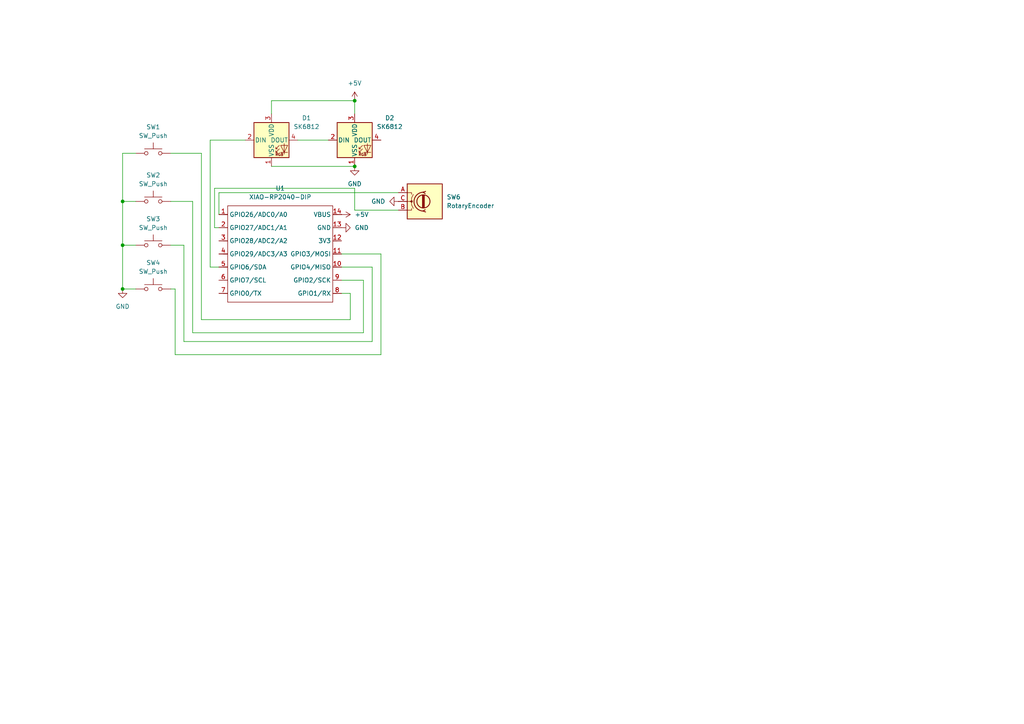
<source format=kicad_sch>
(kicad_sch
	(version 20250114)
	(generator "eeschema")
	(generator_version "9.0")
	(uuid "b6b85f7d-ae02-4efb-ba8b-a4f27dee0da1")
	(paper "A4")
	(lib_symbols
		(symbol "Device:RotaryEncoder"
			(pin_names
				(offset 0.254)
				(hide yes)
			)
			(exclude_from_sim no)
			(in_bom yes)
			(on_board yes)
			(property "Reference" "SW"
				(at 0 6.604 0)
				(effects
					(font
						(size 1.27 1.27)
					)
				)
			)
			(property "Value" "RotaryEncoder"
				(at 0 -6.604 0)
				(effects
					(font
						(size 1.27 1.27)
					)
				)
			)
			(property "Footprint" ""
				(at -3.81 4.064 0)
				(effects
					(font
						(size 1.27 1.27)
					)
					(hide yes)
				)
			)
			(property "Datasheet" "~"
				(at 0 6.604 0)
				(effects
					(font
						(size 1.27 1.27)
					)
					(hide yes)
				)
			)
			(property "Description" "Rotary encoder, dual channel, incremental quadrate outputs"
				(at 0 0 0)
				(effects
					(font
						(size 1.27 1.27)
					)
					(hide yes)
				)
			)
			(property "ki_keywords" "rotary switch encoder"
				(at 0 0 0)
				(effects
					(font
						(size 1.27 1.27)
					)
					(hide yes)
				)
			)
			(property "ki_fp_filters" "RotaryEncoder*"
				(at 0 0 0)
				(effects
					(font
						(size 1.27 1.27)
					)
					(hide yes)
				)
			)
			(symbol "RotaryEncoder_0_1"
				(rectangle
					(start -5.08 5.08)
					(end 5.08 -5.08)
					(stroke
						(width 0.254)
						(type default)
					)
					(fill
						(type background)
					)
				)
				(polyline
					(pts
						(xy -5.08 2.54) (xy -3.81 2.54) (xy -3.81 2.032)
					)
					(stroke
						(width 0)
						(type default)
					)
					(fill
						(type none)
					)
				)
				(polyline
					(pts
						(xy -5.08 0) (xy -3.81 0) (xy -3.81 -1.016) (xy -3.302 -2.032)
					)
					(stroke
						(width 0)
						(type default)
					)
					(fill
						(type none)
					)
				)
				(polyline
					(pts
						(xy -5.08 -2.54) (xy -3.81 -2.54) (xy -3.81 -2.032)
					)
					(stroke
						(width 0)
						(type default)
					)
					(fill
						(type none)
					)
				)
				(polyline
					(pts
						(xy -4.318 0) (xy -3.81 0) (xy -3.81 1.016) (xy -3.302 2.032)
					)
					(stroke
						(width 0)
						(type default)
					)
					(fill
						(type none)
					)
				)
				(circle
					(center -3.81 0)
					(radius 0.254)
					(stroke
						(width 0)
						(type default)
					)
					(fill
						(type outline)
					)
				)
				(polyline
					(pts
						(xy -0.635 -1.778) (xy -0.635 1.778)
					)
					(stroke
						(width 0.254)
						(type default)
					)
					(fill
						(type none)
					)
				)
				(circle
					(center -0.381 0)
					(radius 1.905)
					(stroke
						(width 0.254)
						(type default)
					)
					(fill
						(type none)
					)
				)
				(polyline
					(pts
						(xy -0.381 -1.778) (xy -0.381 1.778)
					)
					(stroke
						(width 0.254)
						(type default)
					)
					(fill
						(type none)
					)
				)
				(arc
					(start -0.381 -2.794)
					(mid -3.0988 -0.0635)
					(end -0.381 2.667)
					(stroke
						(width 0.254)
						(type default)
					)
					(fill
						(type none)
					)
				)
				(polyline
					(pts
						(xy -0.127 1.778) (xy -0.127 -1.778)
					)
					(stroke
						(width 0.254)
						(type default)
					)
					(fill
						(type none)
					)
				)
				(polyline
					(pts
						(xy 0.254 2.921) (xy -0.508 2.667) (xy 0.127 2.286)
					)
					(stroke
						(width 0.254)
						(type default)
					)
					(fill
						(type none)
					)
				)
				(polyline
					(pts
						(xy 0.254 -3.048) (xy -0.508 -2.794) (xy 0.127 -2.413)
					)
					(stroke
						(width 0.254)
						(type default)
					)
					(fill
						(type none)
					)
				)
			)
			(symbol "RotaryEncoder_1_1"
				(pin passive line
					(at -7.62 2.54 0)
					(length 2.54)
					(name "A"
						(effects
							(font
								(size 1.27 1.27)
							)
						)
					)
					(number "A"
						(effects
							(font
								(size 1.27 1.27)
							)
						)
					)
				)
				(pin passive line
					(at -7.62 0 0)
					(length 2.54)
					(name "C"
						(effects
							(font
								(size 1.27 1.27)
							)
						)
					)
					(number "C"
						(effects
							(font
								(size 1.27 1.27)
							)
						)
					)
				)
				(pin passive line
					(at -7.62 -2.54 0)
					(length 2.54)
					(name "B"
						(effects
							(font
								(size 1.27 1.27)
							)
						)
					)
					(number "B"
						(effects
							(font
								(size 1.27 1.27)
							)
						)
					)
				)
			)
			(embedded_fonts no)
		)
		(symbol "LED:SK6812"
			(pin_names
				(offset 0.254)
			)
			(exclude_from_sim no)
			(in_bom yes)
			(on_board yes)
			(property "Reference" "D"
				(at 5.08 5.715 0)
				(effects
					(font
						(size 1.27 1.27)
					)
					(justify right bottom)
				)
			)
			(property "Value" "SK6812"
				(at 1.27 -5.715 0)
				(effects
					(font
						(size 1.27 1.27)
					)
					(justify left top)
				)
			)
			(property "Footprint" "LED_SMD:LED_SK6812_PLCC4_5.0x5.0mm_P3.2mm"
				(at 1.27 -7.62 0)
				(effects
					(font
						(size 1.27 1.27)
					)
					(justify left top)
					(hide yes)
				)
			)
			(property "Datasheet" "https://cdn-shop.adafruit.com/product-files/1138/SK6812+LED+datasheet+.pdf"
				(at 2.54 -9.525 0)
				(effects
					(font
						(size 1.27 1.27)
					)
					(justify left top)
					(hide yes)
				)
			)
			(property "Description" "RGB LED with integrated controller"
				(at 0 0 0)
				(effects
					(font
						(size 1.27 1.27)
					)
					(hide yes)
				)
			)
			(property "ki_keywords" "RGB LED NeoPixel addressable"
				(at 0 0 0)
				(effects
					(font
						(size 1.27 1.27)
					)
					(hide yes)
				)
			)
			(property "ki_fp_filters" "LED*SK6812*PLCC*5.0x5.0mm*P3.2mm*"
				(at 0 0 0)
				(effects
					(font
						(size 1.27 1.27)
					)
					(hide yes)
				)
			)
			(symbol "SK6812_0_0"
				(text "RGB"
					(at 2.286 -4.191 0)
					(effects
						(font
							(size 0.762 0.762)
						)
					)
				)
			)
			(symbol "SK6812_0_1"
				(polyline
					(pts
						(xy 1.27 -2.54) (xy 1.778 -2.54)
					)
					(stroke
						(width 0)
						(type default)
					)
					(fill
						(type none)
					)
				)
				(polyline
					(pts
						(xy 1.27 -3.556) (xy 1.778 -3.556)
					)
					(stroke
						(width 0)
						(type default)
					)
					(fill
						(type none)
					)
				)
				(polyline
					(pts
						(xy 2.286 -1.524) (xy 1.27 -2.54) (xy 1.27 -2.032)
					)
					(stroke
						(width 0)
						(type default)
					)
					(fill
						(type none)
					)
				)
				(polyline
					(pts
						(xy 2.286 -2.54) (xy 1.27 -3.556) (xy 1.27 -3.048)
					)
					(stroke
						(width 0)
						(type default)
					)
					(fill
						(type none)
					)
				)
				(polyline
					(pts
						(xy 3.683 -1.016) (xy 3.683 -3.556) (xy 3.683 -4.064)
					)
					(stroke
						(width 0)
						(type default)
					)
					(fill
						(type none)
					)
				)
				(polyline
					(pts
						(xy 4.699 -1.524) (xy 2.667 -1.524) (xy 3.683 -3.556) (xy 4.699 -1.524)
					)
					(stroke
						(width 0)
						(type default)
					)
					(fill
						(type none)
					)
				)
				(polyline
					(pts
						(xy 4.699 -3.556) (xy 2.667 -3.556)
					)
					(stroke
						(width 0)
						(type default)
					)
					(fill
						(type none)
					)
				)
				(rectangle
					(start 5.08 5.08)
					(end -5.08 -5.08)
					(stroke
						(width 0.254)
						(type default)
					)
					(fill
						(type background)
					)
				)
			)
			(symbol "SK6812_1_1"
				(pin input line
					(at -7.62 0 0)
					(length 2.54)
					(name "DIN"
						(effects
							(font
								(size 1.27 1.27)
							)
						)
					)
					(number "2"
						(effects
							(font
								(size 1.27 1.27)
							)
						)
					)
				)
				(pin power_in line
					(at 0 7.62 270)
					(length 2.54)
					(name "VDD"
						(effects
							(font
								(size 1.27 1.27)
							)
						)
					)
					(number "3"
						(effects
							(font
								(size 1.27 1.27)
							)
						)
					)
				)
				(pin power_in line
					(at 0 -7.62 90)
					(length 2.54)
					(name "VSS"
						(effects
							(font
								(size 1.27 1.27)
							)
						)
					)
					(number "1"
						(effects
							(font
								(size 1.27 1.27)
							)
						)
					)
				)
				(pin output line
					(at 7.62 0 180)
					(length 2.54)
					(name "DOUT"
						(effects
							(font
								(size 1.27 1.27)
							)
						)
					)
					(number "4"
						(effects
							(font
								(size 1.27 1.27)
							)
						)
					)
				)
			)
			(embedded_fonts no)
		)
		(symbol "OPL Lib:XIAO-RP2040-DIP"
			(exclude_from_sim no)
			(in_bom yes)
			(on_board yes)
			(property "Reference" "U"
				(at 0 0 0)
				(effects
					(font
						(size 1.27 1.27)
					)
				)
			)
			(property "Value" "XIAO-RP2040-DIP"
				(at 5.334 -1.778 0)
				(effects
					(font
						(size 1.27 1.27)
					)
				)
			)
			(property "Footprint" "Module:MOUDLE14P-XIAO-DIP-SMD"
				(at 14.478 -32.258 0)
				(effects
					(font
						(size 1.27 1.27)
					)
					(hide yes)
				)
			)
			(property "Datasheet" ""
				(at 0 0 0)
				(effects
					(font
						(size 1.27 1.27)
					)
					(hide yes)
				)
			)
			(property "Description" ""
				(at 0 0 0)
				(effects
					(font
						(size 1.27 1.27)
					)
					(hide yes)
				)
			)
			(symbol "XIAO-RP2040-DIP_1_0"
				(polyline
					(pts
						(xy -1.27 -2.54) (xy 29.21 -2.54)
					)
					(stroke
						(width 0.1524)
						(type solid)
					)
					(fill
						(type none)
					)
				)
				(polyline
					(pts
						(xy -1.27 -5.08) (xy -2.54 -5.08)
					)
					(stroke
						(width 0.1524)
						(type solid)
					)
					(fill
						(type none)
					)
				)
				(polyline
					(pts
						(xy -1.27 -5.08) (xy -1.27 -2.54)
					)
					(stroke
						(width 0.1524)
						(type solid)
					)
					(fill
						(type none)
					)
				)
				(polyline
					(pts
						(xy -1.27 -8.89) (xy -2.54 -8.89)
					)
					(stroke
						(width 0.1524)
						(type solid)
					)
					(fill
						(type none)
					)
				)
				(polyline
					(pts
						(xy -1.27 -8.89) (xy -1.27 -5.08)
					)
					(stroke
						(width 0.1524)
						(type solid)
					)
					(fill
						(type none)
					)
				)
				(polyline
					(pts
						(xy -1.27 -12.7) (xy -2.54 -12.7)
					)
					(stroke
						(width 0.1524)
						(type solid)
					)
					(fill
						(type none)
					)
				)
				(polyline
					(pts
						(xy -1.27 -12.7) (xy -1.27 -8.89)
					)
					(stroke
						(width 0.1524)
						(type solid)
					)
					(fill
						(type none)
					)
				)
				(polyline
					(pts
						(xy -1.27 -16.51) (xy -2.54 -16.51)
					)
					(stroke
						(width 0.1524)
						(type solid)
					)
					(fill
						(type none)
					)
				)
				(polyline
					(pts
						(xy -1.27 -16.51) (xy -1.27 -12.7)
					)
					(stroke
						(width 0.1524)
						(type solid)
					)
					(fill
						(type none)
					)
				)
				(polyline
					(pts
						(xy -1.27 -20.32) (xy -2.54 -20.32)
					)
					(stroke
						(width 0.1524)
						(type solid)
					)
					(fill
						(type none)
					)
				)
				(polyline
					(pts
						(xy -1.27 -24.13) (xy -2.54 -24.13)
					)
					(stroke
						(width 0.1524)
						(type solid)
					)
					(fill
						(type none)
					)
				)
				(polyline
					(pts
						(xy -1.27 -27.94) (xy -2.54 -27.94)
					)
					(stroke
						(width 0.1524)
						(type solid)
					)
					(fill
						(type none)
					)
				)
				(polyline
					(pts
						(xy -1.27 -30.48) (xy -1.27 -16.51)
					)
					(stroke
						(width 0.1524)
						(type solid)
					)
					(fill
						(type none)
					)
				)
				(polyline
					(pts
						(xy 29.21 -2.54) (xy 29.21 -5.08)
					)
					(stroke
						(width 0.1524)
						(type solid)
					)
					(fill
						(type none)
					)
				)
				(polyline
					(pts
						(xy 29.21 -5.08) (xy 29.21 -8.89)
					)
					(stroke
						(width 0.1524)
						(type solid)
					)
					(fill
						(type none)
					)
				)
				(polyline
					(pts
						(xy 29.21 -8.89) (xy 29.21 -12.7)
					)
					(stroke
						(width 0.1524)
						(type solid)
					)
					(fill
						(type none)
					)
				)
				(polyline
					(pts
						(xy 29.21 -12.7) (xy 29.21 -30.48)
					)
					(stroke
						(width 0.1524)
						(type solid)
					)
					(fill
						(type none)
					)
				)
				(polyline
					(pts
						(xy 29.21 -30.48) (xy -1.27 -30.48)
					)
					(stroke
						(width 0.1524)
						(type solid)
					)
					(fill
						(type none)
					)
				)
				(polyline
					(pts
						(xy 30.48 -5.08) (xy 29.21 -5.08)
					)
					(stroke
						(width 0.1524)
						(type solid)
					)
					(fill
						(type none)
					)
				)
				(polyline
					(pts
						(xy 30.48 -8.89) (xy 29.21 -8.89)
					)
					(stroke
						(width 0.1524)
						(type solid)
					)
					(fill
						(type none)
					)
				)
				(polyline
					(pts
						(xy 30.48 -12.7) (xy 29.21 -12.7)
					)
					(stroke
						(width 0.1524)
						(type solid)
					)
					(fill
						(type none)
					)
				)
				(polyline
					(pts
						(xy 30.48 -16.51) (xy 29.21 -16.51)
					)
					(stroke
						(width 0.1524)
						(type solid)
					)
					(fill
						(type none)
					)
				)
				(polyline
					(pts
						(xy 30.48 -20.32) (xy 29.21 -20.32)
					)
					(stroke
						(width 0.1524)
						(type solid)
					)
					(fill
						(type none)
					)
				)
				(polyline
					(pts
						(xy 30.48 -24.13) (xy 29.21 -24.13)
					)
					(stroke
						(width 0.1524)
						(type solid)
					)
					(fill
						(type none)
					)
				)
				(polyline
					(pts
						(xy 30.48 -27.94) (xy 29.21 -27.94)
					)
					(stroke
						(width 0.1524)
						(type solid)
					)
					(fill
						(type none)
					)
				)
				(pin passive line
					(at -3.81 -5.08 0)
					(length 2.54)
					(name "GPIO26/ADC0/A0"
						(effects
							(font
								(size 1.27 1.27)
							)
						)
					)
					(number "1"
						(effects
							(font
								(size 1.27 1.27)
							)
						)
					)
				)
				(pin passive line
					(at -3.81 -8.89 0)
					(length 2.54)
					(name "GPIO27/ADC1/A1"
						(effects
							(font
								(size 1.27 1.27)
							)
						)
					)
					(number "2"
						(effects
							(font
								(size 1.27 1.27)
							)
						)
					)
				)
				(pin passive line
					(at -3.81 -12.7 0)
					(length 2.54)
					(name "GPIO28/ADC2/A2"
						(effects
							(font
								(size 1.27 1.27)
							)
						)
					)
					(number "3"
						(effects
							(font
								(size 1.27 1.27)
							)
						)
					)
				)
				(pin passive line
					(at -3.81 -16.51 0)
					(length 2.54)
					(name "GPIO29/ADC3/A3"
						(effects
							(font
								(size 1.27 1.27)
							)
						)
					)
					(number "4"
						(effects
							(font
								(size 1.27 1.27)
							)
						)
					)
				)
				(pin passive line
					(at -3.81 -20.32 0)
					(length 2.54)
					(name "GPIO6/SDA"
						(effects
							(font
								(size 1.27 1.27)
							)
						)
					)
					(number "5"
						(effects
							(font
								(size 1.27 1.27)
							)
						)
					)
				)
				(pin passive line
					(at -3.81 -24.13 0)
					(length 2.54)
					(name "GPIO7/SCL"
						(effects
							(font
								(size 1.27 1.27)
							)
						)
					)
					(number "6"
						(effects
							(font
								(size 1.27 1.27)
							)
						)
					)
				)
				(pin passive line
					(at -3.81 -27.94 0)
					(length 2.54)
					(name "GPIO0/TX"
						(effects
							(font
								(size 1.27 1.27)
							)
						)
					)
					(number "7"
						(effects
							(font
								(size 1.27 1.27)
							)
						)
					)
				)
				(pin passive line
					(at 31.75 -5.08 180)
					(length 2.54)
					(name "VBUS"
						(effects
							(font
								(size 1.27 1.27)
							)
						)
					)
					(number "14"
						(effects
							(font
								(size 1.27 1.27)
							)
						)
					)
				)
				(pin passive line
					(at 31.75 -8.89 180)
					(length 2.54)
					(name "GND"
						(effects
							(font
								(size 1.27 1.27)
							)
						)
					)
					(number "13"
						(effects
							(font
								(size 1.27 1.27)
							)
						)
					)
				)
				(pin passive line
					(at 31.75 -12.7 180)
					(length 2.54)
					(name "3V3"
						(effects
							(font
								(size 1.27 1.27)
							)
						)
					)
					(number "12"
						(effects
							(font
								(size 1.27 1.27)
							)
						)
					)
				)
				(pin passive line
					(at 31.75 -16.51 180)
					(length 2.54)
					(name "GPIO3/MOSI"
						(effects
							(font
								(size 1.27 1.27)
							)
						)
					)
					(number "11"
						(effects
							(font
								(size 1.27 1.27)
							)
						)
					)
				)
				(pin passive line
					(at 31.75 -20.32 180)
					(length 2.54)
					(name "GPIO4/MISO"
						(effects
							(font
								(size 1.27 1.27)
							)
						)
					)
					(number "10"
						(effects
							(font
								(size 1.27 1.27)
							)
						)
					)
				)
				(pin passive line
					(at 31.75 -24.13 180)
					(length 2.54)
					(name "GPIO2/SCK"
						(effects
							(font
								(size 1.27 1.27)
							)
						)
					)
					(number "9"
						(effects
							(font
								(size 1.27 1.27)
							)
						)
					)
				)
				(pin passive line
					(at 31.75 -27.94 180)
					(length 2.54)
					(name "GPIO1/RX"
						(effects
							(font
								(size 1.27 1.27)
							)
						)
					)
					(number "8"
						(effects
							(font
								(size 1.27 1.27)
							)
						)
					)
				)
			)
			(embedded_fonts no)
		)
		(symbol "Switch:SW_Push"
			(pin_numbers
				(hide yes)
			)
			(pin_names
				(offset 1.016)
				(hide yes)
			)
			(exclude_from_sim no)
			(in_bom yes)
			(on_board yes)
			(property "Reference" "SW"
				(at 1.27 2.54 0)
				(effects
					(font
						(size 1.27 1.27)
					)
					(justify left)
				)
			)
			(property "Value" "SW_Push"
				(at 0 -1.524 0)
				(effects
					(font
						(size 1.27 1.27)
					)
				)
			)
			(property "Footprint" ""
				(at 0 5.08 0)
				(effects
					(font
						(size 1.27 1.27)
					)
					(hide yes)
				)
			)
			(property "Datasheet" "~"
				(at 0 5.08 0)
				(effects
					(font
						(size 1.27 1.27)
					)
					(hide yes)
				)
			)
			(property "Description" "Push button switch, generic, two pins"
				(at 0 0 0)
				(effects
					(font
						(size 1.27 1.27)
					)
					(hide yes)
				)
			)
			(property "ki_keywords" "switch normally-open pushbutton push-button"
				(at 0 0 0)
				(effects
					(font
						(size 1.27 1.27)
					)
					(hide yes)
				)
			)
			(symbol "SW_Push_0_1"
				(circle
					(center -2.032 0)
					(radius 0.508)
					(stroke
						(width 0)
						(type default)
					)
					(fill
						(type none)
					)
				)
				(polyline
					(pts
						(xy 0 1.27) (xy 0 3.048)
					)
					(stroke
						(width 0)
						(type default)
					)
					(fill
						(type none)
					)
				)
				(circle
					(center 2.032 0)
					(radius 0.508)
					(stroke
						(width 0)
						(type default)
					)
					(fill
						(type none)
					)
				)
				(polyline
					(pts
						(xy 2.54 1.27) (xy -2.54 1.27)
					)
					(stroke
						(width 0)
						(type default)
					)
					(fill
						(type none)
					)
				)
				(pin passive line
					(at -5.08 0 0)
					(length 2.54)
					(name "1"
						(effects
							(font
								(size 1.27 1.27)
							)
						)
					)
					(number "1"
						(effects
							(font
								(size 1.27 1.27)
							)
						)
					)
				)
				(pin passive line
					(at 5.08 0 180)
					(length 2.54)
					(name "2"
						(effects
							(font
								(size 1.27 1.27)
							)
						)
					)
					(number "2"
						(effects
							(font
								(size 1.27 1.27)
							)
						)
					)
				)
			)
			(embedded_fonts no)
		)
		(symbol "power:+5V"
			(power)
			(pin_numbers
				(hide yes)
			)
			(pin_names
				(offset 0)
				(hide yes)
			)
			(exclude_from_sim no)
			(in_bom yes)
			(on_board yes)
			(property "Reference" "#PWR"
				(at 0 -3.81 0)
				(effects
					(font
						(size 1.27 1.27)
					)
					(hide yes)
				)
			)
			(property "Value" "+5V"
				(at 0 3.556 0)
				(effects
					(font
						(size 1.27 1.27)
					)
				)
			)
			(property "Footprint" ""
				(at 0 0 0)
				(effects
					(font
						(size 1.27 1.27)
					)
					(hide yes)
				)
			)
			(property "Datasheet" ""
				(at 0 0 0)
				(effects
					(font
						(size 1.27 1.27)
					)
					(hide yes)
				)
			)
			(property "Description" "Power symbol creates a global label with name \"+5V\""
				(at 0 0 0)
				(effects
					(font
						(size 1.27 1.27)
					)
					(hide yes)
				)
			)
			(property "ki_keywords" "global power"
				(at 0 0 0)
				(effects
					(font
						(size 1.27 1.27)
					)
					(hide yes)
				)
			)
			(symbol "+5V_0_1"
				(polyline
					(pts
						(xy -0.762 1.27) (xy 0 2.54)
					)
					(stroke
						(width 0)
						(type default)
					)
					(fill
						(type none)
					)
				)
				(polyline
					(pts
						(xy 0 2.54) (xy 0.762 1.27)
					)
					(stroke
						(width 0)
						(type default)
					)
					(fill
						(type none)
					)
				)
				(polyline
					(pts
						(xy 0 0) (xy 0 2.54)
					)
					(stroke
						(width 0)
						(type default)
					)
					(fill
						(type none)
					)
				)
			)
			(symbol "+5V_1_1"
				(pin power_in line
					(at 0 0 90)
					(length 0)
					(name "~"
						(effects
							(font
								(size 1.27 1.27)
							)
						)
					)
					(number "1"
						(effects
							(font
								(size 1.27 1.27)
							)
						)
					)
				)
			)
			(embedded_fonts no)
		)
		(symbol "power:GND"
			(power)
			(pin_numbers
				(hide yes)
			)
			(pin_names
				(offset 0)
				(hide yes)
			)
			(exclude_from_sim no)
			(in_bom yes)
			(on_board yes)
			(property "Reference" "#PWR"
				(at 0 -6.35 0)
				(effects
					(font
						(size 1.27 1.27)
					)
					(hide yes)
				)
			)
			(property "Value" "GND"
				(at 0 -3.81 0)
				(effects
					(font
						(size 1.27 1.27)
					)
				)
			)
			(property "Footprint" ""
				(at 0 0 0)
				(effects
					(font
						(size 1.27 1.27)
					)
					(hide yes)
				)
			)
			(property "Datasheet" ""
				(at 0 0 0)
				(effects
					(font
						(size 1.27 1.27)
					)
					(hide yes)
				)
			)
			(property "Description" "Power symbol creates a global label with name \"GND\" , ground"
				(at 0 0 0)
				(effects
					(font
						(size 1.27 1.27)
					)
					(hide yes)
				)
			)
			(property "ki_keywords" "global power"
				(at 0 0 0)
				(effects
					(font
						(size 1.27 1.27)
					)
					(hide yes)
				)
			)
			(symbol "GND_0_1"
				(polyline
					(pts
						(xy 0 0) (xy 0 -1.27) (xy 1.27 -1.27) (xy 0 -2.54) (xy -1.27 -1.27) (xy 0 -1.27)
					)
					(stroke
						(width 0)
						(type default)
					)
					(fill
						(type none)
					)
				)
			)
			(symbol "GND_1_1"
				(pin power_in line
					(at 0 0 270)
					(length 0)
					(name "~"
						(effects
							(font
								(size 1.27 1.27)
							)
						)
					)
					(number "1"
						(effects
							(font
								(size 1.27 1.27)
							)
						)
					)
				)
			)
			(embedded_fonts no)
		)
	)
	(junction
		(at 35.56 71.12)
		(diameter 0)
		(color 0 0 0 0)
		(uuid "068a675d-5d7f-4838-b510-784da1757143")
	)
	(junction
		(at 102.87 48.26)
		(diameter 0)
		(color 0 0 0 0)
		(uuid "128097c3-2b4a-4ae3-ae44-ca1dd805c436")
	)
	(junction
		(at 35.56 83.82)
		(diameter 0)
		(color 0 0 0 0)
		(uuid "2b718312-9dfa-45a1-9d69-8f42001e84e0")
	)
	(junction
		(at 102.87 29.21)
		(diameter 0)
		(color 0 0 0 0)
		(uuid "338fc22c-0b2d-4dc5-825c-b91f442a75f4")
	)
	(junction
		(at 35.56 58.42)
		(diameter 0)
		(color 0 0 0 0)
		(uuid "7a259646-596a-4ed6-abe0-8e4c7bedd971")
	)
	(wire
		(pts
			(xy 58.42 92.71) (xy 101.6 92.71)
		)
		(stroke
			(width 0)
			(type default)
		)
		(uuid "0c39cdc0-9803-4960-8246-88ee6ce158be")
	)
	(wire
		(pts
			(xy 78.74 48.26) (xy 102.87 48.26)
		)
		(stroke
			(width 0)
			(type default)
		)
		(uuid "1963dd66-84d3-4233-8aa6-59c256962dd3")
	)
	(wire
		(pts
			(xy 35.56 44.45) (xy 35.56 58.42)
		)
		(stroke
			(width 0)
			(type default)
		)
		(uuid "20a99790-3d6b-4b70-aa57-7ab735ffb868")
	)
	(wire
		(pts
			(xy 110.49 73.66) (xy 99.06 73.66)
		)
		(stroke
			(width 0)
			(type default)
		)
		(uuid "21c16c6a-3df8-4521-b179-d6e8f2d3c6da")
	)
	(wire
		(pts
			(xy 102.87 60.96) (xy 102.87 54.61)
		)
		(stroke
			(width 0)
			(type default)
		)
		(uuid "2358ce40-ac6b-485e-98f0-13024d27f82d")
	)
	(wire
		(pts
			(xy 53.34 99.06) (xy 107.95 99.06)
		)
		(stroke
			(width 0)
			(type default)
		)
		(uuid "295dea52-e18c-43fa-8427-95e59d9ebb2e")
	)
	(wire
		(pts
			(xy 101.6 92.71) (xy 101.6 85.09)
		)
		(stroke
			(width 0)
			(type default)
		)
		(uuid "2b32d6f0-cf6d-48b2-b25b-54259318a89f")
	)
	(wire
		(pts
			(xy 50.8 102.87) (xy 110.49 102.87)
		)
		(stroke
			(width 0)
			(type default)
		)
		(uuid "2b9e65d9-81b5-4736-a3eb-34585c97d041")
	)
	(wire
		(pts
			(xy 102.87 54.61) (xy 62.23 54.61)
		)
		(stroke
			(width 0)
			(type default)
		)
		(uuid "2bda11a7-6c92-4bee-ad11-23062e96e882")
	)
	(wire
		(pts
			(xy 49.53 58.42) (xy 55.88 58.42)
		)
		(stroke
			(width 0)
			(type default)
		)
		(uuid "31eb2ecc-1829-4d88-98ce-503394d709a5")
	)
	(wire
		(pts
			(xy 55.88 58.42) (xy 55.88 96.52)
		)
		(stroke
			(width 0)
			(type default)
		)
		(uuid "35d7a714-49ed-4b01-b477-d8d6260c3361")
	)
	(wire
		(pts
			(xy 86.36 40.64) (xy 95.25 40.64)
		)
		(stroke
			(width 0)
			(type default)
		)
		(uuid "3b14359e-4134-47f7-9e81-5db2f8361c39")
	)
	(wire
		(pts
			(xy 115.57 55.88) (xy 63.5 55.88)
		)
		(stroke
			(width 0)
			(type default)
		)
		(uuid "42ade882-e5e5-434f-b8e9-824c9965b0a5")
	)
	(wire
		(pts
			(xy 78.74 29.21) (xy 102.87 29.21)
		)
		(stroke
			(width 0)
			(type default)
		)
		(uuid "45e533ba-1323-453d-bde7-1fa55d71abe4")
	)
	(wire
		(pts
			(xy 110.49 102.87) (xy 110.49 73.66)
		)
		(stroke
			(width 0)
			(type default)
		)
		(uuid "4ad11bb9-28cc-4789-8923-74956c9cc76f")
	)
	(wire
		(pts
			(xy 62.23 66.04) (xy 63.5 66.04)
		)
		(stroke
			(width 0)
			(type default)
		)
		(uuid "507018a9-047b-4e1a-bd17-868c74c4aeeb")
	)
	(wire
		(pts
			(xy 55.88 96.52) (xy 105.41 96.52)
		)
		(stroke
			(width 0)
			(type default)
		)
		(uuid "50aa3990-9b70-4f84-b9b8-65f7c67b9648")
	)
	(wire
		(pts
			(xy 60.96 40.64) (xy 60.96 77.47)
		)
		(stroke
			(width 0)
			(type default)
		)
		(uuid "51a6a3b1-439e-4c17-8826-c08630d758be")
	)
	(wire
		(pts
			(xy 49.53 71.12) (xy 53.34 71.12)
		)
		(stroke
			(width 0)
			(type default)
		)
		(uuid "51d9b42e-ebc7-44ae-96f7-967a34e6e7af")
	)
	(wire
		(pts
			(xy 50.8 83.82) (xy 50.8 102.87)
		)
		(stroke
			(width 0)
			(type default)
		)
		(uuid "56a675c2-c9a7-4add-ac0e-029e14c79d01")
	)
	(wire
		(pts
			(xy 107.95 99.06) (xy 107.95 77.47)
		)
		(stroke
			(width 0)
			(type default)
		)
		(uuid "591c5e40-e5b5-46a0-8419-921775a8fc33")
	)
	(wire
		(pts
			(xy 58.42 44.45) (xy 58.42 92.71)
		)
		(stroke
			(width 0)
			(type default)
		)
		(uuid "5d8ff699-11a8-4ea2-9dfd-4228d31d1112")
	)
	(wire
		(pts
			(xy 115.57 60.96) (xy 102.87 60.96)
		)
		(stroke
			(width 0)
			(type default)
		)
		(uuid "5efef87a-a6be-42e7-b0fa-3db6e41858d8")
	)
	(wire
		(pts
			(xy 53.34 71.12) (xy 53.34 99.06)
		)
		(stroke
			(width 0)
			(type default)
		)
		(uuid "6dded65a-778f-4fb6-b48b-aa22fcedb108")
	)
	(wire
		(pts
			(xy 35.56 58.42) (xy 39.37 58.42)
		)
		(stroke
			(width 0)
			(type default)
		)
		(uuid "70dd588a-f7b1-4978-9921-e880a3e04041")
	)
	(wire
		(pts
			(xy 60.96 77.47) (xy 63.5 77.47)
		)
		(stroke
			(width 0)
			(type default)
		)
		(uuid "7159650e-fab8-4548-84b8-7e85be9bd309")
	)
	(wire
		(pts
			(xy 107.95 77.47) (xy 99.06 77.47)
		)
		(stroke
			(width 0)
			(type default)
		)
		(uuid "863590b5-e5ab-4de9-a3ee-ae090bbc3175")
	)
	(wire
		(pts
			(xy 39.37 44.45) (xy 35.56 44.45)
		)
		(stroke
			(width 0)
			(type default)
		)
		(uuid "863eb4ba-3bb2-417e-ae01-cd52566cec1d")
	)
	(wire
		(pts
			(xy 35.56 83.82) (xy 39.37 83.82)
		)
		(stroke
			(width 0)
			(type default)
		)
		(uuid "8806da08-df1d-49c1-b430-4491261d85be")
	)
	(wire
		(pts
			(xy 102.87 29.21) (xy 102.87 33.02)
		)
		(stroke
			(width 0)
			(type default)
		)
		(uuid "94c58b89-8db5-44e4-bd4b-b8d1b921cf0c")
	)
	(wire
		(pts
			(xy 35.56 71.12) (xy 35.56 83.82)
		)
		(stroke
			(width 0)
			(type default)
		)
		(uuid "9e28d7af-0659-4fa3-bf36-96e4f1c6dd91")
	)
	(wire
		(pts
			(xy 78.74 33.02) (xy 78.74 29.21)
		)
		(stroke
			(width 0)
			(type default)
		)
		(uuid "9ffda0ae-02cc-4daa-9591-07978bcd39de")
	)
	(wire
		(pts
			(xy 105.41 96.52) (xy 105.41 81.28)
		)
		(stroke
			(width 0)
			(type default)
		)
		(uuid "a42850e2-df8e-46a7-873b-6d3a6e19becf")
	)
	(wire
		(pts
			(xy 63.5 55.88) (xy 63.5 62.23)
		)
		(stroke
			(width 0)
			(type default)
		)
		(uuid "b42b433d-733e-4ca6-83f0-1e4320c09cad")
	)
	(wire
		(pts
			(xy 71.12 40.64) (xy 60.96 40.64)
		)
		(stroke
			(width 0)
			(type default)
		)
		(uuid "bba544a5-877d-499f-9c40-192cb6509ba6")
	)
	(wire
		(pts
			(xy 62.23 54.61) (xy 62.23 66.04)
		)
		(stroke
			(width 0)
			(type default)
		)
		(uuid "d73d5a38-8c9b-49d5-a323-68350c731917")
	)
	(wire
		(pts
			(xy 35.56 58.42) (xy 35.56 71.12)
		)
		(stroke
			(width 0)
			(type default)
		)
		(uuid "d80a29d0-c735-43e8-aef1-b76e2094f78c")
	)
	(wire
		(pts
			(xy 35.56 71.12) (xy 39.37 71.12)
		)
		(stroke
			(width 0)
			(type default)
		)
		(uuid "ee272b8d-3f31-48fa-a16d-01a55308ab46")
	)
	(wire
		(pts
			(xy 105.41 81.28) (xy 99.06 81.28)
		)
		(stroke
			(width 0)
			(type default)
		)
		(uuid "f921f17d-0d09-49e7-b94f-16e340882ece")
	)
	(wire
		(pts
			(xy 99.06 85.09) (xy 101.6 85.09)
		)
		(stroke
			(width 0)
			(type default)
		)
		(uuid "f9d6078c-6d52-4915-a409-d0b9d3289e74")
	)
	(wire
		(pts
			(xy 49.53 44.45) (xy 58.42 44.45)
		)
		(stroke
			(width 0)
			(type default)
		)
		(uuid "fb7b467b-c4bd-493d-bc15-5b0b73966e8d")
	)
	(wire
		(pts
			(xy 49.53 83.82) (xy 50.8 83.82)
		)
		(stroke
			(width 0)
			(type default)
		)
		(uuid "fbb41cab-7029-42da-b501-4d39d28f1b9f")
	)
	(symbol
		(lib_id "power:GND")
		(at 99.06 66.04 90)
		(unit 1)
		(exclude_from_sim no)
		(in_bom yes)
		(on_board yes)
		(dnp no)
		(fields_autoplaced yes)
		(uuid "0960d5af-2206-4537-9e61-9622d3f0329b")
		(property "Reference" "#PWR02"
			(at 105.41 66.04 0)
			(effects
				(font
					(size 1.27 1.27)
				)
				(hide yes)
			)
		)
		(property "Value" "GND"
			(at 102.87 66.0399 90)
			(effects
				(font
					(size 1.27 1.27)
				)
				(justify right)
			)
		)
		(property "Footprint" ""
			(at 99.06 66.04 0)
			(effects
				(font
					(size 1.27 1.27)
				)
				(hide yes)
			)
		)
		(property "Datasheet" ""
			(at 99.06 66.04 0)
			(effects
				(font
					(size 1.27 1.27)
				)
				(hide yes)
			)
		)
		(property "Description" "Power symbol creates a global label with name \"GND\" , ground"
			(at 99.06 66.04 0)
			(effects
				(font
					(size 1.27 1.27)
				)
				(hide yes)
			)
		)
		(pin "1"
			(uuid "e253e28a-2566-420f-9456-c6a4a001b243")
		)
		(instances
			(project ""
				(path "/b6b85f7d-ae02-4efb-ba8b-a4f27dee0da1"
					(reference "#PWR02")
					(unit 1)
				)
			)
		)
	)
	(symbol
		(lib_id "power:GND")
		(at 102.87 48.26 0)
		(unit 1)
		(exclude_from_sim no)
		(in_bom yes)
		(on_board yes)
		(dnp no)
		(fields_autoplaced yes)
		(uuid "2d165122-2a38-4dec-bfa6-5988ca6130cd")
		(property "Reference" "#PWR01"
			(at 102.87 54.61 0)
			(effects
				(font
					(size 1.27 1.27)
				)
				(hide yes)
			)
		)
		(property "Value" "GND"
			(at 102.87 53.34 0)
			(effects
				(font
					(size 1.27 1.27)
				)
			)
		)
		(property "Footprint" ""
			(at 102.87 48.26 0)
			(effects
				(font
					(size 1.27 1.27)
				)
				(hide yes)
			)
		)
		(property "Datasheet" ""
			(at 102.87 48.26 0)
			(effects
				(font
					(size 1.27 1.27)
				)
				(hide yes)
			)
		)
		(property "Description" "Power symbol creates a global label with name \"GND\" , ground"
			(at 102.87 48.26 0)
			(effects
				(font
					(size 1.27 1.27)
				)
				(hide yes)
			)
		)
		(pin "1"
			(uuid "f0bbde62-8fda-4ea6-b85d-5e3f6db84738")
		)
		(instances
			(project ""
				(path "/b6b85f7d-ae02-4efb-ba8b-a4f27dee0da1"
					(reference "#PWR01")
					(unit 1)
				)
			)
		)
	)
	(symbol
		(lib_id "power:GND")
		(at 35.56 83.82 0)
		(unit 1)
		(exclude_from_sim no)
		(in_bom yes)
		(on_board yes)
		(dnp no)
		(fields_autoplaced yes)
		(uuid "300d3a7b-dd6b-4367-9898-ef0770d6f46e")
		(property "Reference" "#PWR03"
			(at 35.56 90.17 0)
			(effects
				(font
					(size 1.27 1.27)
				)
				(hide yes)
			)
		)
		(property "Value" "GND"
			(at 35.56 88.9 0)
			(effects
				(font
					(size 1.27 1.27)
				)
			)
		)
		(property "Footprint" ""
			(at 35.56 83.82 0)
			(effects
				(font
					(size 1.27 1.27)
				)
				(hide yes)
			)
		)
		(property "Datasheet" ""
			(at 35.56 83.82 0)
			(effects
				(font
					(size 1.27 1.27)
				)
				(hide yes)
			)
		)
		(property "Description" "Power symbol creates a global label with name \"GND\" , ground"
			(at 35.56 83.82 0)
			(effects
				(font
					(size 1.27 1.27)
				)
				(hide yes)
			)
		)
		(pin "1"
			(uuid "c987b9ae-5b92-4daf-8a3e-3c6ca042b4af")
		)
		(instances
			(project ""
				(path "/b6b85f7d-ae02-4efb-ba8b-a4f27dee0da1"
					(reference "#PWR03")
					(unit 1)
				)
			)
		)
	)
	(symbol
		(lib_id "Switch:SW_Push")
		(at 44.45 58.42 0)
		(unit 1)
		(exclude_from_sim no)
		(in_bom yes)
		(on_board yes)
		(dnp no)
		(fields_autoplaced yes)
		(uuid "31f0c001-7446-4b39-8f0b-c8b0c99610a6")
		(property "Reference" "SW2"
			(at 44.45 50.8 0)
			(effects
				(font
					(size 1.27 1.27)
				)
			)
		)
		(property "Value" "SW_Push"
			(at 44.45 53.34 0)
			(effects
				(font
					(size 1.27 1.27)
				)
			)
		)
		(property "Footprint" "Button_Switch_Keyboard:SW_Cherry_MX_1.00u_PCB"
			(at 44.45 53.34 0)
			(effects
				(font
					(size 1.27 1.27)
				)
				(hide yes)
			)
		)
		(property "Datasheet" "~"
			(at 44.45 53.34 0)
			(effects
				(font
					(size 1.27 1.27)
				)
				(hide yes)
			)
		)
		(property "Description" "Push button switch, generic, two pins"
			(at 44.45 58.42 0)
			(effects
				(font
					(size 1.27 1.27)
				)
				(hide yes)
			)
		)
		(pin "2"
			(uuid "c63bf712-0d6e-4945-87dc-4be659280eec")
		)
		(pin "1"
			(uuid "86764240-3cdd-4ee5-995e-875cec052bcd")
		)
		(instances
			(project "Hackpad"
				(path "/b6b85f7d-ae02-4efb-ba8b-a4f27dee0da1"
					(reference "SW2")
					(unit 1)
				)
			)
		)
	)
	(symbol
		(lib_id "power:+5V")
		(at 102.87 29.21 0)
		(unit 1)
		(exclude_from_sim no)
		(in_bom yes)
		(on_board yes)
		(dnp no)
		(fields_autoplaced yes)
		(uuid "326985c7-ec6e-47ce-aab6-754b8b5ecb72")
		(property "Reference" "#PWR04"
			(at 102.87 33.02 0)
			(effects
				(font
					(size 1.27 1.27)
				)
				(hide yes)
			)
		)
		(property "Value" "+5V"
			(at 102.87 24.13 0)
			(effects
				(font
					(size 1.27 1.27)
				)
			)
		)
		(property "Footprint" ""
			(at 102.87 29.21 0)
			(effects
				(font
					(size 1.27 1.27)
				)
				(hide yes)
			)
		)
		(property "Datasheet" ""
			(at 102.87 29.21 0)
			(effects
				(font
					(size 1.27 1.27)
				)
				(hide yes)
			)
		)
		(property "Description" "Power symbol creates a global label with name \"+5V\""
			(at 102.87 29.21 0)
			(effects
				(font
					(size 1.27 1.27)
				)
				(hide yes)
			)
		)
		(pin "1"
			(uuid "18c9a827-5784-410f-a7df-126ab5032fd0")
		)
		(instances
			(project ""
				(path "/b6b85f7d-ae02-4efb-ba8b-a4f27dee0da1"
					(reference "#PWR04")
					(unit 1)
				)
			)
		)
	)
	(symbol
		(lib_id "OPL Lib:XIAO-RP2040-DIP")
		(at 67.31 57.15 0)
		(unit 1)
		(exclude_from_sim no)
		(in_bom yes)
		(on_board yes)
		(dnp no)
		(fields_autoplaced yes)
		(uuid "5bbac94a-8724-4318-b06a-cdeb9504a89b")
		(property "Reference" "U1"
			(at 81.28 54.61 0)
			(effects
				(font
					(size 1.27 1.27)
				)
			)
		)
		(property "Value" "XIAO-RP2040-DIP"
			(at 81.28 57.15 0)
			(effects
				(font
					(size 1.27 1.27)
				)
			)
		)
		(property "Footprint" "OPL Lib:XIAO-RP2040-DIP"
			(at 81.788 89.408 0)
			(effects
				(font
					(size 1.27 1.27)
				)
				(hide yes)
			)
		)
		(property "Datasheet" ""
			(at 67.31 57.15 0)
			(effects
				(font
					(size 1.27 1.27)
				)
				(hide yes)
			)
		)
		(property "Description" ""
			(at 67.31 57.15 0)
			(effects
				(font
					(size 1.27 1.27)
				)
				(hide yes)
			)
		)
		(pin "14"
			(uuid "bfeaa4d0-1761-46cc-b32c-bf0229d87e02")
		)
		(pin "12"
			(uuid "05466f7a-613f-4096-a0cc-a3f060c5a189")
		)
		(pin "3"
			(uuid "d7873ab2-ff5c-4917-b88e-c3237c2e66f6")
		)
		(pin "9"
			(uuid "c3371e93-bafb-4c92-8d0b-dc86e1f6e51a")
		)
		(pin "8"
			(uuid "79773ae9-79b3-491e-9ddd-c25897ec0103")
		)
		(pin "11"
			(uuid "26e28613-aa63-4c9b-9ddf-fb537b127f82")
		)
		(pin "10"
			(uuid "60a4e4b1-a71f-4d34-abfa-069c5c975f59")
		)
		(pin "5"
			(uuid "55423dea-f5a4-4a80-99b1-382b16fe1463")
		)
		(pin "4"
			(uuid "dbe96718-6de2-419e-aaa4-34b49f36cec7")
		)
		(pin "2"
			(uuid "64479c86-c4cb-43ea-a4d8-e04d5c97f0c2")
		)
		(pin "6"
			(uuid "79868de3-44e1-46b8-807e-0da38afb897f")
		)
		(pin "13"
			(uuid "2f8eacf7-aa90-499c-9c2c-b774aea4f93f")
		)
		(pin "7"
			(uuid "270c8dfc-8cac-4c35-a390-403238954ce5")
		)
		(pin "1"
			(uuid "d0731c10-5680-40fa-b992-767d4a275a94")
		)
		(instances
			(project ""
				(path "/b6b85f7d-ae02-4efb-ba8b-a4f27dee0da1"
					(reference "U1")
					(unit 1)
				)
			)
		)
	)
	(symbol
		(lib_id "power:+5V")
		(at 99.06 62.23 270)
		(unit 1)
		(exclude_from_sim no)
		(in_bom yes)
		(on_board yes)
		(dnp no)
		(fields_autoplaced yes)
		(uuid "72e7d61f-253a-41c5-b9ee-491a08aec011")
		(property "Reference" "#PWR05"
			(at 95.25 62.23 0)
			(effects
				(font
					(size 1.27 1.27)
				)
				(hide yes)
			)
		)
		(property "Value" "+5V"
			(at 102.87 62.2299 90)
			(effects
				(font
					(size 1.27 1.27)
				)
				(justify left)
			)
		)
		(property "Footprint" ""
			(at 99.06 62.23 0)
			(effects
				(font
					(size 1.27 1.27)
				)
				(hide yes)
			)
		)
		(property "Datasheet" ""
			(at 99.06 62.23 0)
			(effects
				(font
					(size 1.27 1.27)
				)
				(hide yes)
			)
		)
		(property "Description" "Power symbol creates a global label with name \"+5V\""
			(at 99.06 62.23 0)
			(effects
				(font
					(size 1.27 1.27)
				)
				(hide yes)
			)
		)
		(pin "1"
			(uuid "506c65f5-2167-486a-9a63-e29a3894c7b3")
		)
		(instances
			(project "Hackpad"
				(path "/b6b85f7d-ae02-4efb-ba8b-a4f27dee0da1"
					(reference "#PWR05")
					(unit 1)
				)
			)
		)
	)
	(symbol
		(lib_id "LED:SK6812")
		(at 102.87 40.64 0)
		(unit 1)
		(exclude_from_sim no)
		(in_bom yes)
		(on_board yes)
		(dnp no)
		(fields_autoplaced yes)
		(uuid "79102f86-4202-493c-857a-66b94e650496")
		(property "Reference" "D2"
			(at 113.03 34.2198 0)
			(effects
				(font
					(size 1.27 1.27)
				)
			)
		)
		(property "Value" "SK6812"
			(at 113.03 36.7598 0)
			(effects
				(font
					(size 1.27 1.27)
				)
			)
		)
		(property "Footprint" "LED_SMD:LED_SK6812MINI_PLCC4_3.5x3.5mm_P1.75mm"
			(at 104.14 48.26 0)
			(effects
				(font
					(size 1.27 1.27)
				)
				(justify left top)
				(hide yes)
			)
		)
		(property "Datasheet" "https://cdn-shop.adafruit.com/product-files/1138/SK6812+LED+datasheet+.pdf"
			(at 105.41 50.165 0)
			(effects
				(font
					(size 1.27 1.27)
				)
				(justify left top)
				(hide yes)
			)
		)
		(property "Description" "RGB LED with integrated controller"
			(at 102.87 40.64 0)
			(effects
				(font
					(size 1.27 1.27)
				)
				(hide yes)
			)
		)
		(pin "4"
			(uuid "4e7bd064-e91c-4d57-97ab-7ac3fef046b1")
		)
		(pin "2"
			(uuid "8f4e3aa7-67c6-4220-b881-454ee477c377")
		)
		(pin "3"
			(uuid "f20173d0-ce43-4a9a-b1f8-e0be2b103142")
		)
		(pin "1"
			(uuid "f3d34a38-3da1-4719-9145-33c8e55981c7")
		)
		(instances
			(project "Hackpad"
				(path "/b6b85f7d-ae02-4efb-ba8b-a4f27dee0da1"
					(reference "D2")
					(unit 1)
				)
			)
		)
	)
	(symbol
		(lib_id "Switch:SW_Push")
		(at 44.45 71.12 0)
		(unit 1)
		(exclude_from_sim no)
		(in_bom yes)
		(on_board yes)
		(dnp no)
		(fields_autoplaced yes)
		(uuid "79d2d781-7d9b-4b8f-a167-5617bd753152")
		(property "Reference" "SW3"
			(at 44.45 63.5 0)
			(effects
				(font
					(size 1.27 1.27)
				)
			)
		)
		(property "Value" "SW_Push"
			(at 44.45 66.04 0)
			(effects
				(font
					(size 1.27 1.27)
				)
			)
		)
		(property "Footprint" "Button_Switch_Keyboard:SW_Cherry_MX_1.00u_PCB"
			(at 44.45 66.04 0)
			(effects
				(font
					(size 1.27 1.27)
				)
				(hide yes)
			)
		)
		(property "Datasheet" "~"
			(at 44.45 66.04 0)
			(effects
				(font
					(size 1.27 1.27)
				)
				(hide yes)
			)
		)
		(property "Description" "Push button switch, generic, two pins"
			(at 44.45 71.12 0)
			(effects
				(font
					(size 1.27 1.27)
				)
				(hide yes)
			)
		)
		(pin "2"
			(uuid "3dbaaac6-dc54-4ff5-b2fe-27969503db93")
		)
		(pin "1"
			(uuid "b7d56be8-5c17-4943-8b9d-79c7e885064a")
		)
		(instances
			(project "Hackpad"
				(path "/b6b85f7d-ae02-4efb-ba8b-a4f27dee0da1"
					(reference "SW3")
					(unit 1)
				)
			)
		)
	)
	(symbol
		(lib_id "Switch:SW_Push")
		(at 44.45 44.45 0)
		(unit 1)
		(exclude_from_sim no)
		(in_bom yes)
		(on_board yes)
		(dnp no)
		(fields_autoplaced yes)
		(uuid "7c37e5c4-e3d3-4b44-accb-37030b87fc0c")
		(property "Reference" "SW1"
			(at 44.45 36.83 0)
			(effects
				(font
					(size 1.27 1.27)
				)
			)
		)
		(property "Value" "SW_Push"
			(at 44.45 39.37 0)
			(effects
				(font
					(size 1.27 1.27)
				)
			)
		)
		(property "Footprint" "Button_Switch_Keyboard:SW_Cherry_MX_1.00u_PCB"
			(at 44.45 39.37 0)
			(effects
				(font
					(size 1.27 1.27)
				)
				(hide yes)
			)
		)
		(property "Datasheet" "~"
			(at 44.45 39.37 0)
			(effects
				(font
					(size 1.27 1.27)
				)
				(hide yes)
			)
		)
		(property "Description" "Push button switch, generic, two pins"
			(at 44.45 44.45 0)
			(effects
				(font
					(size 1.27 1.27)
				)
				(hide yes)
			)
		)
		(pin "2"
			(uuid "dbb2f2b8-4e1f-48f4-a170-79108a77069d")
		)
		(pin "1"
			(uuid "5ffb1237-8ed9-4ce5-96a7-fbd2e8918093")
		)
		(instances
			(project ""
				(path "/b6b85f7d-ae02-4efb-ba8b-a4f27dee0da1"
					(reference "SW1")
					(unit 1)
				)
			)
		)
	)
	(symbol
		(lib_id "power:GND")
		(at 115.57 58.42 270)
		(unit 1)
		(exclude_from_sim no)
		(in_bom yes)
		(on_board yes)
		(dnp no)
		(fields_autoplaced yes)
		(uuid "84233519-22e2-462f-984a-02ccea177fce")
		(property "Reference" "#PWR06"
			(at 109.22 58.42 0)
			(effects
				(font
					(size 1.27 1.27)
				)
				(hide yes)
			)
		)
		(property "Value" "GND"
			(at 111.76 58.4199 90)
			(effects
				(font
					(size 1.27 1.27)
				)
				(justify right)
			)
		)
		(property "Footprint" ""
			(at 115.57 58.42 0)
			(effects
				(font
					(size 1.27 1.27)
				)
				(hide yes)
			)
		)
		(property "Datasheet" ""
			(at 115.57 58.42 0)
			(effects
				(font
					(size 1.27 1.27)
				)
				(hide yes)
			)
		)
		(property "Description" "Power symbol creates a global label with name \"GND\" , ground"
			(at 115.57 58.42 0)
			(effects
				(font
					(size 1.27 1.27)
				)
				(hide yes)
			)
		)
		(pin "1"
			(uuid "23d2f433-2dbd-4073-8776-3c22d21eff39")
		)
		(instances
			(project ""
				(path "/b6b85f7d-ae02-4efb-ba8b-a4f27dee0da1"
					(reference "#PWR06")
					(unit 1)
				)
			)
		)
	)
	(symbol
		(lib_id "Device:RotaryEncoder")
		(at 123.19 58.42 0)
		(unit 1)
		(exclude_from_sim no)
		(in_bom yes)
		(on_board yes)
		(dnp no)
		(fields_autoplaced yes)
		(uuid "a8263bc2-291c-40fa-baa3-c52ddb3e52e0")
		(property "Reference" "SW6"
			(at 129.54 57.1499 0)
			(effects
				(font
					(size 1.27 1.27)
				)
				(justify left)
			)
		)
		(property "Value" "RotaryEncoder"
			(at 129.54 59.6899 0)
			(effects
				(font
					(size 1.27 1.27)
				)
				(justify left)
			)
		)
		(property "Footprint" "Rotary_Encoder:RotaryEncoder_Alps_EC11E_Vertical_H20mm"
			(at 119.38 54.356 0)
			(effects
				(font
					(size 1.27 1.27)
				)
				(hide yes)
			)
		)
		(property "Datasheet" "~"
			(at 123.19 51.816 0)
			(effects
				(font
					(size 1.27 1.27)
				)
				(hide yes)
			)
		)
		(property "Description" "Rotary encoder, dual channel, incremental quadrate outputs"
			(at 123.19 58.42 0)
			(effects
				(font
					(size 1.27 1.27)
				)
				(hide yes)
			)
		)
		(pin "C"
			(uuid "25705129-03ba-42a0-a65a-12e1387b76b4")
		)
		(pin "B"
			(uuid "fa18a0a6-c525-44b6-b7bc-ecea62e0edf8")
		)
		(pin "A"
			(uuid "cc1bc7ae-87c4-43c5-b294-6eca52f2c24f")
		)
		(instances
			(project ""
				(path "/b6b85f7d-ae02-4efb-ba8b-a4f27dee0da1"
					(reference "SW6")
					(unit 1)
				)
			)
		)
	)
	(symbol
		(lib_id "Switch:SW_Push")
		(at 44.45 83.82 0)
		(unit 1)
		(exclude_from_sim no)
		(in_bom yes)
		(on_board yes)
		(dnp no)
		(fields_autoplaced yes)
		(uuid "bf8256cc-85bf-485f-9f5a-c5a9c4860a2b")
		(property "Reference" "SW4"
			(at 44.45 76.2 0)
			(effects
				(font
					(size 1.27 1.27)
				)
			)
		)
		(property "Value" "SW_Push"
			(at 44.45 78.74 0)
			(effects
				(font
					(size 1.27 1.27)
				)
			)
		)
		(property "Footprint" "Button_Switch_Keyboard:SW_Cherry_MX_1.00u_PCB"
			(at 44.45 78.74 0)
			(effects
				(font
					(size 1.27 1.27)
				)
				(hide yes)
			)
		)
		(property "Datasheet" "~"
			(at 44.45 78.74 0)
			(effects
				(font
					(size 1.27 1.27)
				)
				(hide yes)
			)
		)
		(property "Description" "Push button switch, generic, two pins"
			(at 44.45 83.82 0)
			(effects
				(font
					(size 1.27 1.27)
				)
				(hide yes)
			)
		)
		(pin "2"
			(uuid "48d54ba8-d772-4316-85b0-130fe97d435c")
		)
		(pin "1"
			(uuid "a388def9-fd08-4e1d-864a-e85cf0985336")
		)
		(instances
			(project "Hackpad"
				(path "/b6b85f7d-ae02-4efb-ba8b-a4f27dee0da1"
					(reference "SW4")
					(unit 1)
				)
			)
		)
	)
	(symbol
		(lib_id "LED:SK6812")
		(at 78.74 40.64 0)
		(unit 1)
		(exclude_from_sim no)
		(in_bom yes)
		(on_board yes)
		(dnp no)
		(fields_autoplaced yes)
		(uuid "ef493082-25be-43c8-9bd5-839f37c04fe0")
		(property "Reference" "D1"
			(at 88.9 34.2198 0)
			(effects
				(font
					(size 1.27 1.27)
				)
			)
		)
		(property "Value" "SK6812"
			(at 88.9 36.7598 0)
			(effects
				(font
					(size 1.27 1.27)
				)
			)
		)
		(property "Footprint" "LED_SMD:LED_SK6812MINI_PLCC4_3.5x3.5mm_P1.75mm"
			(at 80.01 48.26 0)
			(effects
				(font
					(size 1.27 1.27)
				)
				(justify left top)
				(hide yes)
			)
		)
		(property "Datasheet" "https://cdn-shop.adafruit.com/product-files/1138/SK6812+LED+datasheet+.pdf"
			(at 81.28 50.165 0)
			(effects
				(font
					(size 1.27 1.27)
				)
				(justify left top)
				(hide yes)
			)
		)
		(property "Description" "RGB LED with integrated controller"
			(at 78.74 40.64 0)
			(effects
				(font
					(size 1.27 1.27)
				)
				(hide yes)
			)
		)
		(pin "4"
			(uuid "6211c93b-ca53-4304-b1e4-4b677911d00d")
		)
		(pin "2"
			(uuid "7233d2b0-8802-4fb8-9d8a-5299d8160c42")
		)
		(pin "3"
			(uuid "a63fb161-d4bd-4cd0-8918-69e58c98cfad")
		)
		(pin "1"
			(uuid "53e5f965-c0c1-4221-9b8a-c03fc52c3b38")
		)
		(instances
			(project ""
				(path "/b6b85f7d-ae02-4efb-ba8b-a4f27dee0da1"
					(reference "D1")
					(unit 1)
				)
			)
		)
	)
	(sheet_instances
		(path "/"
			(page "1")
		)
	)
	(embedded_fonts no)
)

</source>
